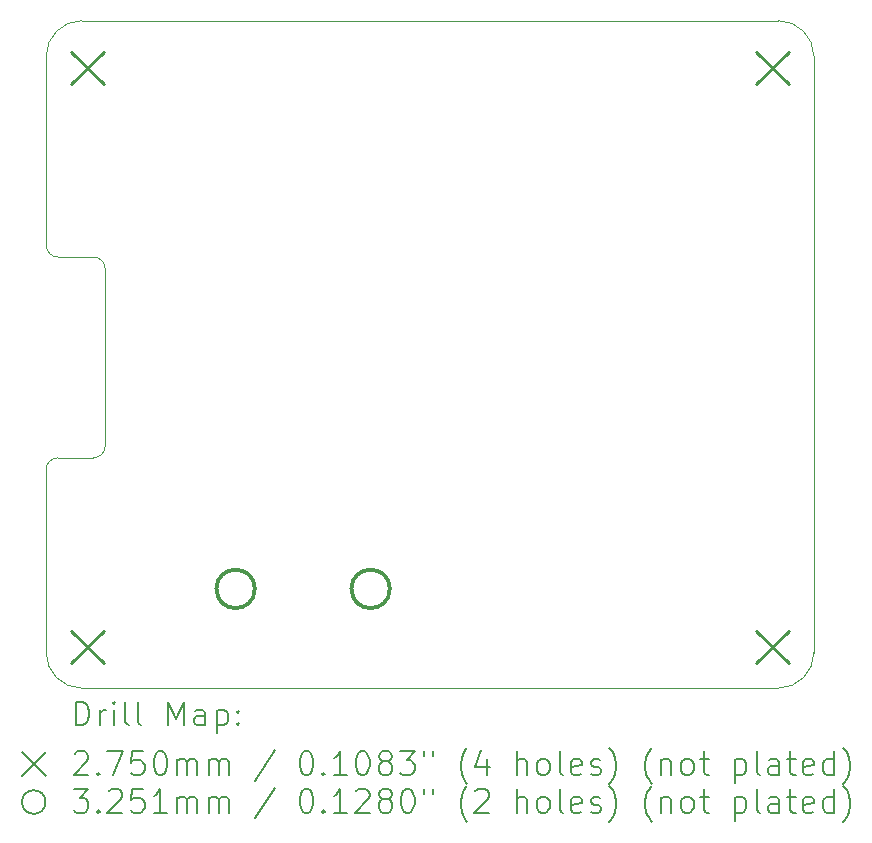
<source format=gbr>
%TF.GenerationSoftware,KiCad,Pcbnew,(6.0.10)*%
%TF.CreationDate,2023-01-13T18:04:44+01:00*%
%TF.ProjectId,InterfaceS88GleisboxRPi,496e7465-7266-4616-9365-533838476c65,rev?*%
%TF.SameCoordinates,Original*%
%TF.FileFunction,Drillmap*%
%TF.FilePolarity,Positive*%
%FSLAX45Y45*%
G04 Gerber Fmt 4.5, Leading zero omitted, Abs format (unit mm)*
G04 Created by KiCad (PCBNEW (6.0.10)) date 2023-01-13 18:04:44*
%MOMM*%
%LPD*%
G01*
G04 APERTURE LIST*
%ADD10C,0.100000*%
%ADD11C,0.200000*%
%ADD12C,0.275000*%
%ADD13C,0.325120*%
G04 APERTURE END LIST*
D10*
X15550000Y-5080000D02*
G75*
G03*
X15250000Y-4780000I-300000J0D01*
G01*
X9350000Y-4780000D02*
G75*
G03*
X9050000Y-5080000I0J-300000D01*
G01*
X9050000Y-10130000D02*
G75*
G03*
X9350000Y-10430000I300000J0D01*
G01*
X15250000Y-10430000D02*
G75*
G03*
X15550000Y-10130000I0J300000D01*
G01*
X9050000Y-6680000D02*
G75*
G03*
X9150000Y-6780000I100000J0D01*
G01*
X9550000Y-6880000D02*
G75*
G03*
X9450000Y-6780000I-100000J0D01*
G01*
X9450000Y-8480000D02*
G75*
G03*
X9550000Y-8380000I0J100000D01*
G01*
X9150000Y-8480000D02*
G75*
G03*
X9050000Y-8580000I0J-100000D01*
G01*
X9550000Y-6880000D02*
X9550000Y-8380000D01*
X9350000Y-4780000D02*
X15250000Y-4780000D01*
X9050000Y-8580000D02*
X9050000Y-10130000D01*
X9150000Y-8480000D02*
X9450000Y-8480000D01*
X9050000Y-5080000D02*
X9050000Y-6680000D01*
X9350000Y-10430000D02*
X15250000Y-10430000D01*
X15550000Y-5080000D02*
X15550000Y-10130000D01*
X9150000Y-6780000D02*
X9450000Y-6780000D01*
D11*
D12*
X9262500Y-5042500D02*
X9537500Y-5317500D01*
X9537500Y-5042500D02*
X9262500Y-5317500D01*
X9262500Y-9942500D02*
X9537500Y-10217500D01*
X9537500Y-9942500D02*
X9262500Y-10217500D01*
X15062500Y-5042500D02*
X15337500Y-5317500D01*
X15337500Y-5042500D02*
X15062500Y-5317500D01*
X15062500Y-9942500D02*
X15337500Y-10217500D01*
X15337500Y-9942500D02*
X15062500Y-10217500D01*
D13*
X10816560Y-9590000D02*
G75*
G03*
X10816560Y-9590000I-162560J0D01*
G01*
X11959560Y-9590000D02*
G75*
G03*
X11959560Y-9590000I-162560J0D01*
G01*
D11*
X9302619Y-10745476D02*
X9302619Y-10545476D01*
X9350238Y-10545476D01*
X9378810Y-10555000D01*
X9397857Y-10574048D01*
X9407381Y-10593095D01*
X9416905Y-10631190D01*
X9416905Y-10659762D01*
X9407381Y-10697857D01*
X9397857Y-10716905D01*
X9378810Y-10735952D01*
X9350238Y-10745476D01*
X9302619Y-10745476D01*
X9502619Y-10745476D02*
X9502619Y-10612143D01*
X9502619Y-10650238D02*
X9512143Y-10631190D01*
X9521667Y-10621667D01*
X9540714Y-10612143D01*
X9559762Y-10612143D01*
X9626429Y-10745476D02*
X9626429Y-10612143D01*
X9626429Y-10545476D02*
X9616905Y-10555000D01*
X9626429Y-10564524D01*
X9635952Y-10555000D01*
X9626429Y-10545476D01*
X9626429Y-10564524D01*
X9750238Y-10745476D02*
X9731190Y-10735952D01*
X9721667Y-10716905D01*
X9721667Y-10545476D01*
X9855000Y-10745476D02*
X9835952Y-10735952D01*
X9826429Y-10716905D01*
X9826429Y-10545476D01*
X10083571Y-10745476D02*
X10083571Y-10545476D01*
X10150238Y-10688333D01*
X10216905Y-10545476D01*
X10216905Y-10745476D01*
X10397857Y-10745476D02*
X10397857Y-10640714D01*
X10388333Y-10621667D01*
X10369286Y-10612143D01*
X10331190Y-10612143D01*
X10312143Y-10621667D01*
X10397857Y-10735952D02*
X10378810Y-10745476D01*
X10331190Y-10745476D01*
X10312143Y-10735952D01*
X10302619Y-10716905D01*
X10302619Y-10697857D01*
X10312143Y-10678810D01*
X10331190Y-10669286D01*
X10378810Y-10669286D01*
X10397857Y-10659762D01*
X10493095Y-10612143D02*
X10493095Y-10812143D01*
X10493095Y-10621667D02*
X10512143Y-10612143D01*
X10550238Y-10612143D01*
X10569286Y-10621667D01*
X10578810Y-10631190D01*
X10588333Y-10650238D01*
X10588333Y-10707381D01*
X10578810Y-10726429D01*
X10569286Y-10735952D01*
X10550238Y-10745476D01*
X10512143Y-10745476D01*
X10493095Y-10735952D01*
X10674048Y-10726429D02*
X10683571Y-10735952D01*
X10674048Y-10745476D01*
X10664524Y-10735952D01*
X10674048Y-10726429D01*
X10674048Y-10745476D01*
X10674048Y-10621667D02*
X10683571Y-10631190D01*
X10674048Y-10640714D01*
X10664524Y-10631190D01*
X10674048Y-10621667D01*
X10674048Y-10640714D01*
X8845000Y-10975000D02*
X9045000Y-11175000D01*
X9045000Y-10975000D02*
X8845000Y-11175000D01*
X9293095Y-10984524D02*
X9302619Y-10975000D01*
X9321667Y-10965476D01*
X9369286Y-10965476D01*
X9388333Y-10975000D01*
X9397857Y-10984524D01*
X9407381Y-11003571D01*
X9407381Y-11022619D01*
X9397857Y-11051190D01*
X9283571Y-11165476D01*
X9407381Y-11165476D01*
X9493095Y-11146429D02*
X9502619Y-11155952D01*
X9493095Y-11165476D01*
X9483571Y-11155952D01*
X9493095Y-11146429D01*
X9493095Y-11165476D01*
X9569286Y-10965476D02*
X9702619Y-10965476D01*
X9616905Y-11165476D01*
X9874048Y-10965476D02*
X9778810Y-10965476D01*
X9769286Y-11060714D01*
X9778810Y-11051190D01*
X9797857Y-11041667D01*
X9845476Y-11041667D01*
X9864524Y-11051190D01*
X9874048Y-11060714D01*
X9883571Y-11079762D01*
X9883571Y-11127381D01*
X9874048Y-11146429D01*
X9864524Y-11155952D01*
X9845476Y-11165476D01*
X9797857Y-11165476D01*
X9778810Y-11155952D01*
X9769286Y-11146429D01*
X10007381Y-10965476D02*
X10026429Y-10965476D01*
X10045476Y-10975000D01*
X10055000Y-10984524D01*
X10064524Y-11003571D01*
X10074048Y-11041667D01*
X10074048Y-11089286D01*
X10064524Y-11127381D01*
X10055000Y-11146429D01*
X10045476Y-11155952D01*
X10026429Y-11165476D01*
X10007381Y-11165476D01*
X9988333Y-11155952D01*
X9978810Y-11146429D01*
X9969286Y-11127381D01*
X9959762Y-11089286D01*
X9959762Y-11041667D01*
X9969286Y-11003571D01*
X9978810Y-10984524D01*
X9988333Y-10975000D01*
X10007381Y-10965476D01*
X10159762Y-11165476D02*
X10159762Y-11032143D01*
X10159762Y-11051190D02*
X10169286Y-11041667D01*
X10188333Y-11032143D01*
X10216905Y-11032143D01*
X10235952Y-11041667D01*
X10245476Y-11060714D01*
X10245476Y-11165476D01*
X10245476Y-11060714D02*
X10255000Y-11041667D01*
X10274048Y-11032143D01*
X10302619Y-11032143D01*
X10321667Y-11041667D01*
X10331190Y-11060714D01*
X10331190Y-11165476D01*
X10426429Y-11165476D02*
X10426429Y-11032143D01*
X10426429Y-11051190D02*
X10435952Y-11041667D01*
X10455000Y-11032143D01*
X10483571Y-11032143D01*
X10502619Y-11041667D01*
X10512143Y-11060714D01*
X10512143Y-11165476D01*
X10512143Y-11060714D02*
X10521667Y-11041667D01*
X10540714Y-11032143D01*
X10569286Y-11032143D01*
X10588333Y-11041667D01*
X10597857Y-11060714D01*
X10597857Y-11165476D01*
X10988333Y-10955952D02*
X10816905Y-11213095D01*
X11245476Y-10965476D02*
X11264524Y-10965476D01*
X11283571Y-10975000D01*
X11293095Y-10984524D01*
X11302619Y-11003571D01*
X11312143Y-11041667D01*
X11312143Y-11089286D01*
X11302619Y-11127381D01*
X11293095Y-11146429D01*
X11283571Y-11155952D01*
X11264524Y-11165476D01*
X11245476Y-11165476D01*
X11226428Y-11155952D01*
X11216905Y-11146429D01*
X11207381Y-11127381D01*
X11197857Y-11089286D01*
X11197857Y-11041667D01*
X11207381Y-11003571D01*
X11216905Y-10984524D01*
X11226428Y-10975000D01*
X11245476Y-10965476D01*
X11397857Y-11146429D02*
X11407381Y-11155952D01*
X11397857Y-11165476D01*
X11388333Y-11155952D01*
X11397857Y-11146429D01*
X11397857Y-11165476D01*
X11597857Y-11165476D02*
X11483571Y-11165476D01*
X11540714Y-11165476D02*
X11540714Y-10965476D01*
X11521667Y-10994048D01*
X11502619Y-11013095D01*
X11483571Y-11022619D01*
X11721667Y-10965476D02*
X11740714Y-10965476D01*
X11759762Y-10975000D01*
X11769286Y-10984524D01*
X11778809Y-11003571D01*
X11788333Y-11041667D01*
X11788333Y-11089286D01*
X11778809Y-11127381D01*
X11769286Y-11146429D01*
X11759762Y-11155952D01*
X11740714Y-11165476D01*
X11721667Y-11165476D01*
X11702619Y-11155952D01*
X11693095Y-11146429D01*
X11683571Y-11127381D01*
X11674048Y-11089286D01*
X11674048Y-11041667D01*
X11683571Y-11003571D01*
X11693095Y-10984524D01*
X11702619Y-10975000D01*
X11721667Y-10965476D01*
X11902619Y-11051190D02*
X11883571Y-11041667D01*
X11874048Y-11032143D01*
X11864524Y-11013095D01*
X11864524Y-11003571D01*
X11874048Y-10984524D01*
X11883571Y-10975000D01*
X11902619Y-10965476D01*
X11940714Y-10965476D01*
X11959762Y-10975000D01*
X11969286Y-10984524D01*
X11978809Y-11003571D01*
X11978809Y-11013095D01*
X11969286Y-11032143D01*
X11959762Y-11041667D01*
X11940714Y-11051190D01*
X11902619Y-11051190D01*
X11883571Y-11060714D01*
X11874048Y-11070238D01*
X11864524Y-11089286D01*
X11864524Y-11127381D01*
X11874048Y-11146429D01*
X11883571Y-11155952D01*
X11902619Y-11165476D01*
X11940714Y-11165476D01*
X11959762Y-11155952D01*
X11969286Y-11146429D01*
X11978809Y-11127381D01*
X11978809Y-11089286D01*
X11969286Y-11070238D01*
X11959762Y-11060714D01*
X11940714Y-11051190D01*
X12045476Y-10965476D02*
X12169286Y-10965476D01*
X12102619Y-11041667D01*
X12131190Y-11041667D01*
X12150238Y-11051190D01*
X12159762Y-11060714D01*
X12169286Y-11079762D01*
X12169286Y-11127381D01*
X12159762Y-11146429D01*
X12150238Y-11155952D01*
X12131190Y-11165476D01*
X12074048Y-11165476D01*
X12055000Y-11155952D01*
X12045476Y-11146429D01*
X12245476Y-10965476D02*
X12245476Y-11003571D01*
X12321667Y-10965476D02*
X12321667Y-11003571D01*
X12616905Y-11241667D02*
X12607381Y-11232143D01*
X12588333Y-11203571D01*
X12578809Y-11184524D01*
X12569286Y-11155952D01*
X12559762Y-11108333D01*
X12559762Y-11070238D01*
X12569286Y-11022619D01*
X12578809Y-10994048D01*
X12588333Y-10975000D01*
X12607381Y-10946429D01*
X12616905Y-10936905D01*
X12778809Y-11032143D02*
X12778809Y-11165476D01*
X12731190Y-10955952D02*
X12683571Y-11098810D01*
X12807381Y-11098810D01*
X13035952Y-11165476D02*
X13035952Y-10965476D01*
X13121667Y-11165476D02*
X13121667Y-11060714D01*
X13112143Y-11041667D01*
X13093095Y-11032143D01*
X13064524Y-11032143D01*
X13045476Y-11041667D01*
X13035952Y-11051190D01*
X13245476Y-11165476D02*
X13226428Y-11155952D01*
X13216905Y-11146429D01*
X13207381Y-11127381D01*
X13207381Y-11070238D01*
X13216905Y-11051190D01*
X13226428Y-11041667D01*
X13245476Y-11032143D01*
X13274048Y-11032143D01*
X13293095Y-11041667D01*
X13302619Y-11051190D01*
X13312143Y-11070238D01*
X13312143Y-11127381D01*
X13302619Y-11146429D01*
X13293095Y-11155952D01*
X13274048Y-11165476D01*
X13245476Y-11165476D01*
X13426428Y-11165476D02*
X13407381Y-11155952D01*
X13397857Y-11136905D01*
X13397857Y-10965476D01*
X13578809Y-11155952D02*
X13559762Y-11165476D01*
X13521667Y-11165476D01*
X13502619Y-11155952D01*
X13493095Y-11136905D01*
X13493095Y-11060714D01*
X13502619Y-11041667D01*
X13521667Y-11032143D01*
X13559762Y-11032143D01*
X13578809Y-11041667D01*
X13588333Y-11060714D01*
X13588333Y-11079762D01*
X13493095Y-11098810D01*
X13664524Y-11155952D02*
X13683571Y-11165476D01*
X13721667Y-11165476D01*
X13740714Y-11155952D01*
X13750238Y-11136905D01*
X13750238Y-11127381D01*
X13740714Y-11108333D01*
X13721667Y-11098810D01*
X13693095Y-11098810D01*
X13674048Y-11089286D01*
X13664524Y-11070238D01*
X13664524Y-11060714D01*
X13674048Y-11041667D01*
X13693095Y-11032143D01*
X13721667Y-11032143D01*
X13740714Y-11041667D01*
X13816905Y-11241667D02*
X13826428Y-11232143D01*
X13845476Y-11203571D01*
X13855000Y-11184524D01*
X13864524Y-11155952D01*
X13874048Y-11108333D01*
X13874048Y-11070238D01*
X13864524Y-11022619D01*
X13855000Y-10994048D01*
X13845476Y-10975000D01*
X13826428Y-10946429D01*
X13816905Y-10936905D01*
X14178809Y-11241667D02*
X14169286Y-11232143D01*
X14150238Y-11203571D01*
X14140714Y-11184524D01*
X14131190Y-11155952D01*
X14121667Y-11108333D01*
X14121667Y-11070238D01*
X14131190Y-11022619D01*
X14140714Y-10994048D01*
X14150238Y-10975000D01*
X14169286Y-10946429D01*
X14178809Y-10936905D01*
X14255000Y-11032143D02*
X14255000Y-11165476D01*
X14255000Y-11051190D02*
X14264524Y-11041667D01*
X14283571Y-11032143D01*
X14312143Y-11032143D01*
X14331190Y-11041667D01*
X14340714Y-11060714D01*
X14340714Y-11165476D01*
X14464524Y-11165476D02*
X14445476Y-11155952D01*
X14435952Y-11146429D01*
X14426428Y-11127381D01*
X14426428Y-11070238D01*
X14435952Y-11051190D01*
X14445476Y-11041667D01*
X14464524Y-11032143D01*
X14493095Y-11032143D01*
X14512143Y-11041667D01*
X14521667Y-11051190D01*
X14531190Y-11070238D01*
X14531190Y-11127381D01*
X14521667Y-11146429D01*
X14512143Y-11155952D01*
X14493095Y-11165476D01*
X14464524Y-11165476D01*
X14588333Y-11032143D02*
X14664524Y-11032143D01*
X14616905Y-10965476D02*
X14616905Y-11136905D01*
X14626428Y-11155952D01*
X14645476Y-11165476D01*
X14664524Y-11165476D01*
X14883571Y-11032143D02*
X14883571Y-11232143D01*
X14883571Y-11041667D02*
X14902619Y-11032143D01*
X14940714Y-11032143D01*
X14959762Y-11041667D01*
X14969286Y-11051190D01*
X14978809Y-11070238D01*
X14978809Y-11127381D01*
X14969286Y-11146429D01*
X14959762Y-11155952D01*
X14940714Y-11165476D01*
X14902619Y-11165476D01*
X14883571Y-11155952D01*
X15093095Y-11165476D02*
X15074048Y-11155952D01*
X15064524Y-11136905D01*
X15064524Y-10965476D01*
X15255000Y-11165476D02*
X15255000Y-11060714D01*
X15245476Y-11041667D01*
X15226428Y-11032143D01*
X15188333Y-11032143D01*
X15169286Y-11041667D01*
X15255000Y-11155952D02*
X15235952Y-11165476D01*
X15188333Y-11165476D01*
X15169286Y-11155952D01*
X15159762Y-11136905D01*
X15159762Y-11117857D01*
X15169286Y-11098810D01*
X15188333Y-11089286D01*
X15235952Y-11089286D01*
X15255000Y-11079762D01*
X15321667Y-11032143D02*
X15397857Y-11032143D01*
X15350238Y-10965476D02*
X15350238Y-11136905D01*
X15359762Y-11155952D01*
X15378809Y-11165476D01*
X15397857Y-11165476D01*
X15540714Y-11155952D02*
X15521667Y-11165476D01*
X15483571Y-11165476D01*
X15464524Y-11155952D01*
X15455000Y-11136905D01*
X15455000Y-11060714D01*
X15464524Y-11041667D01*
X15483571Y-11032143D01*
X15521667Y-11032143D01*
X15540714Y-11041667D01*
X15550238Y-11060714D01*
X15550238Y-11079762D01*
X15455000Y-11098810D01*
X15721667Y-11165476D02*
X15721667Y-10965476D01*
X15721667Y-11155952D02*
X15702619Y-11165476D01*
X15664524Y-11165476D01*
X15645476Y-11155952D01*
X15635952Y-11146429D01*
X15626428Y-11127381D01*
X15626428Y-11070238D01*
X15635952Y-11051190D01*
X15645476Y-11041667D01*
X15664524Y-11032143D01*
X15702619Y-11032143D01*
X15721667Y-11041667D01*
X15797857Y-11241667D02*
X15807381Y-11232143D01*
X15826428Y-11203571D01*
X15835952Y-11184524D01*
X15845476Y-11155952D01*
X15855000Y-11108333D01*
X15855000Y-11070238D01*
X15845476Y-11022619D01*
X15835952Y-10994048D01*
X15826428Y-10975000D01*
X15807381Y-10946429D01*
X15797857Y-10936905D01*
X9045000Y-11395000D02*
G75*
G03*
X9045000Y-11395000I-100000J0D01*
G01*
X9283571Y-11285476D02*
X9407381Y-11285476D01*
X9340714Y-11361667D01*
X9369286Y-11361667D01*
X9388333Y-11371190D01*
X9397857Y-11380714D01*
X9407381Y-11399762D01*
X9407381Y-11447381D01*
X9397857Y-11466428D01*
X9388333Y-11475952D01*
X9369286Y-11485476D01*
X9312143Y-11485476D01*
X9293095Y-11475952D01*
X9283571Y-11466428D01*
X9493095Y-11466428D02*
X9502619Y-11475952D01*
X9493095Y-11485476D01*
X9483571Y-11475952D01*
X9493095Y-11466428D01*
X9493095Y-11485476D01*
X9578810Y-11304524D02*
X9588333Y-11295000D01*
X9607381Y-11285476D01*
X9655000Y-11285476D01*
X9674048Y-11295000D01*
X9683571Y-11304524D01*
X9693095Y-11323571D01*
X9693095Y-11342619D01*
X9683571Y-11371190D01*
X9569286Y-11485476D01*
X9693095Y-11485476D01*
X9874048Y-11285476D02*
X9778810Y-11285476D01*
X9769286Y-11380714D01*
X9778810Y-11371190D01*
X9797857Y-11361667D01*
X9845476Y-11361667D01*
X9864524Y-11371190D01*
X9874048Y-11380714D01*
X9883571Y-11399762D01*
X9883571Y-11447381D01*
X9874048Y-11466428D01*
X9864524Y-11475952D01*
X9845476Y-11485476D01*
X9797857Y-11485476D01*
X9778810Y-11475952D01*
X9769286Y-11466428D01*
X10074048Y-11485476D02*
X9959762Y-11485476D01*
X10016905Y-11485476D02*
X10016905Y-11285476D01*
X9997857Y-11314048D01*
X9978810Y-11333095D01*
X9959762Y-11342619D01*
X10159762Y-11485476D02*
X10159762Y-11352143D01*
X10159762Y-11371190D02*
X10169286Y-11361667D01*
X10188333Y-11352143D01*
X10216905Y-11352143D01*
X10235952Y-11361667D01*
X10245476Y-11380714D01*
X10245476Y-11485476D01*
X10245476Y-11380714D02*
X10255000Y-11361667D01*
X10274048Y-11352143D01*
X10302619Y-11352143D01*
X10321667Y-11361667D01*
X10331190Y-11380714D01*
X10331190Y-11485476D01*
X10426429Y-11485476D02*
X10426429Y-11352143D01*
X10426429Y-11371190D02*
X10435952Y-11361667D01*
X10455000Y-11352143D01*
X10483571Y-11352143D01*
X10502619Y-11361667D01*
X10512143Y-11380714D01*
X10512143Y-11485476D01*
X10512143Y-11380714D02*
X10521667Y-11361667D01*
X10540714Y-11352143D01*
X10569286Y-11352143D01*
X10588333Y-11361667D01*
X10597857Y-11380714D01*
X10597857Y-11485476D01*
X10988333Y-11275952D02*
X10816905Y-11533095D01*
X11245476Y-11285476D02*
X11264524Y-11285476D01*
X11283571Y-11295000D01*
X11293095Y-11304524D01*
X11302619Y-11323571D01*
X11312143Y-11361667D01*
X11312143Y-11409286D01*
X11302619Y-11447381D01*
X11293095Y-11466428D01*
X11283571Y-11475952D01*
X11264524Y-11485476D01*
X11245476Y-11485476D01*
X11226428Y-11475952D01*
X11216905Y-11466428D01*
X11207381Y-11447381D01*
X11197857Y-11409286D01*
X11197857Y-11361667D01*
X11207381Y-11323571D01*
X11216905Y-11304524D01*
X11226428Y-11295000D01*
X11245476Y-11285476D01*
X11397857Y-11466428D02*
X11407381Y-11475952D01*
X11397857Y-11485476D01*
X11388333Y-11475952D01*
X11397857Y-11466428D01*
X11397857Y-11485476D01*
X11597857Y-11485476D02*
X11483571Y-11485476D01*
X11540714Y-11485476D02*
X11540714Y-11285476D01*
X11521667Y-11314048D01*
X11502619Y-11333095D01*
X11483571Y-11342619D01*
X11674048Y-11304524D02*
X11683571Y-11295000D01*
X11702619Y-11285476D01*
X11750238Y-11285476D01*
X11769286Y-11295000D01*
X11778809Y-11304524D01*
X11788333Y-11323571D01*
X11788333Y-11342619D01*
X11778809Y-11371190D01*
X11664524Y-11485476D01*
X11788333Y-11485476D01*
X11902619Y-11371190D02*
X11883571Y-11361667D01*
X11874048Y-11352143D01*
X11864524Y-11333095D01*
X11864524Y-11323571D01*
X11874048Y-11304524D01*
X11883571Y-11295000D01*
X11902619Y-11285476D01*
X11940714Y-11285476D01*
X11959762Y-11295000D01*
X11969286Y-11304524D01*
X11978809Y-11323571D01*
X11978809Y-11333095D01*
X11969286Y-11352143D01*
X11959762Y-11361667D01*
X11940714Y-11371190D01*
X11902619Y-11371190D01*
X11883571Y-11380714D01*
X11874048Y-11390238D01*
X11864524Y-11409286D01*
X11864524Y-11447381D01*
X11874048Y-11466428D01*
X11883571Y-11475952D01*
X11902619Y-11485476D01*
X11940714Y-11485476D01*
X11959762Y-11475952D01*
X11969286Y-11466428D01*
X11978809Y-11447381D01*
X11978809Y-11409286D01*
X11969286Y-11390238D01*
X11959762Y-11380714D01*
X11940714Y-11371190D01*
X12102619Y-11285476D02*
X12121667Y-11285476D01*
X12140714Y-11295000D01*
X12150238Y-11304524D01*
X12159762Y-11323571D01*
X12169286Y-11361667D01*
X12169286Y-11409286D01*
X12159762Y-11447381D01*
X12150238Y-11466428D01*
X12140714Y-11475952D01*
X12121667Y-11485476D01*
X12102619Y-11485476D01*
X12083571Y-11475952D01*
X12074048Y-11466428D01*
X12064524Y-11447381D01*
X12055000Y-11409286D01*
X12055000Y-11361667D01*
X12064524Y-11323571D01*
X12074048Y-11304524D01*
X12083571Y-11295000D01*
X12102619Y-11285476D01*
X12245476Y-11285476D02*
X12245476Y-11323571D01*
X12321667Y-11285476D02*
X12321667Y-11323571D01*
X12616905Y-11561667D02*
X12607381Y-11552143D01*
X12588333Y-11523571D01*
X12578809Y-11504524D01*
X12569286Y-11475952D01*
X12559762Y-11428333D01*
X12559762Y-11390238D01*
X12569286Y-11342619D01*
X12578809Y-11314048D01*
X12588333Y-11295000D01*
X12607381Y-11266428D01*
X12616905Y-11256905D01*
X12683571Y-11304524D02*
X12693095Y-11295000D01*
X12712143Y-11285476D01*
X12759762Y-11285476D01*
X12778809Y-11295000D01*
X12788333Y-11304524D01*
X12797857Y-11323571D01*
X12797857Y-11342619D01*
X12788333Y-11371190D01*
X12674048Y-11485476D01*
X12797857Y-11485476D01*
X13035952Y-11485476D02*
X13035952Y-11285476D01*
X13121667Y-11485476D02*
X13121667Y-11380714D01*
X13112143Y-11361667D01*
X13093095Y-11352143D01*
X13064524Y-11352143D01*
X13045476Y-11361667D01*
X13035952Y-11371190D01*
X13245476Y-11485476D02*
X13226428Y-11475952D01*
X13216905Y-11466428D01*
X13207381Y-11447381D01*
X13207381Y-11390238D01*
X13216905Y-11371190D01*
X13226428Y-11361667D01*
X13245476Y-11352143D01*
X13274048Y-11352143D01*
X13293095Y-11361667D01*
X13302619Y-11371190D01*
X13312143Y-11390238D01*
X13312143Y-11447381D01*
X13302619Y-11466428D01*
X13293095Y-11475952D01*
X13274048Y-11485476D01*
X13245476Y-11485476D01*
X13426428Y-11485476D02*
X13407381Y-11475952D01*
X13397857Y-11456905D01*
X13397857Y-11285476D01*
X13578809Y-11475952D02*
X13559762Y-11485476D01*
X13521667Y-11485476D01*
X13502619Y-11475952D01*
X13493095Y-11456905D01*
X13493095Y-11380714D01*
X13502619Y-11361667D01*
X13521667Y-11352143D01*
X13559762Y-11352143D01*
X13578809Y-11361667D01*
X13588333Y-11380714D01*
X13588333Y-11399762D01*
X13493095Y-11418809D01*
X13664524Y-11475952D02*
X13683571Y-11485476D01*
X13721667Y-11485476D01*
X13740714Y-11475952D01*
X13750238Y-11456905D01*
X13750238Y-11447381D01*
X13740714Y-11428333D01*
X13721667Y-11418809D01*
X13693095Y-11418809D01*
X13674048Y-11409286D01*
X13664524Y-11390238D01*
X13664524Y-11380714D01*
X13674048Y-11361667D01*
X13693095Y-11352143D01*
X13721667Y-11352143D01*
X13740714Y-11361667D01*
X13816905Y-11561667D02*
X13826428Y-11552143D01*
X13845476Y-11523571D01*
X13855000Y-11504524D01*
X13864524Y-11475952D01*
X13874048Y-11428333D01*
X13874048Y-11390238D01*
X13864524Y-11342619D01*
X13855000Y-11314048D01*
X13845476Y-11295000D01*
X13826428Y-11266428D01*
X13816905Y-11256905D01*
X14178809Y-11561667D02*
X14169286Y-11552143D01*
X14150238Y-11523571D01*
X14140714Y-11504524D01*
X14131190Y-11475952D01*
X14121667Y-11428333D01*
X14121667Y-11390238D01*
X14131190Y-11342619D01*
X14140714Y-11314048D01*
X14150238Y-11295000D01*
X14169286Y-11266428D01*
X14178809Y-11256905D01*
X14255000Y-11352143D02*
X14255000Y-11485476D01*
X14255000Y-11371190D02*
X14264524Y-11361667D01*
X14283571Y-11352143D01*
X14312143Y-11352143D01*
X14331190Y-11361667D01*
X14340714Y-11380714D01*
X14340714Y-11485476D01*
X14464524Y-11485476D02*
X14445476Y-11475952D01*
X14435952Y-11466428D01*
X14426428Y-11447381D01*
X14426428Y-11390238D01*
X14435952Y-11371190D01*
X14445476Y-11361667D01*
X14464524Y-11352143D01*
X14493095Y-11352143D01*
X14512143Y-11361667D01*
X14521667Y-11371190D01*
X14531190Y-11390238D01*
X14531190Y-11447381D01*
X14521667Y-11466428D01*
X14512143Y-11475952D01*
X14493095Y-11485476D01*
X14464524Y-11485476D01*
X14588333Y-11352143D02*
X14664524Y-11352143D01*
X14616905Y-11285476D02*
X14616905Y-11456905D01*
X14626428Y-11475952D01*
X14645476Y-11485476D01*
X14664524Y-11485476D01*
X14883571Y-11352143D02*
X14883571Y-11552143D01*
X14883571Y-11361667D02*
X14902619Y-11352143D01*
X14940714Y-11352143D01*
X14959762Y-11361667D01*
X14969286Y-11371190D01*
X14978809Y-11390238D01*
X14978809Y-11447381D01*
X14969286Y-11466428D01*
X14959762Y-11475952D01*
X14940714Y-11485476D01*
X14902619Y-11485476D01*
X14883571Y-11475952D01*
X15093095Y-11485476D02*
X15074048Y-11475952D01*
X15064524Y-11456905D01*
X15064524Y-11285476D01*
X15255000Y-11485476D02*
X15255000Y-11380714D01*
X15245476Y-11361667D01*
X15226428Y-11352143D01*
X15188333Y-11352143D01*
X15169286Y-11361667D01*
X15255000Y-11475952D02*
X15235952Y-11485476D01*
X15188333Y-11485476D01*
X15169286Y-11475952D01*
X15159762Y-11456905D01*
X15159762Y-11437857D01*
X15169286Y-11418809D01*
X15188333Y-11409286D01*
X15235952Y-11409286D01*
X15255000Y-11399762D01*
X15321667Y-11352143D02*
X15397857Y-11352143D01*
X15350238Y-11285476D02*
X15350238Y-11456905D01*
X15359762Y-11475952D01*
X15378809Y-11485476D01*
X15397857Y-11485476D01*
X15540714Y-11475952D02*
X15521667Y-11485476D01*
X15483571Y-11485476D01*
X15464524Y-11475952D01*
X15455000Y-11456905D01*
X15455000Y-11380714D01*
X15464524Y-11361667D01*
X15483571Y-11352143D01*
X15521667Y-11352143D01*
X15540714Y-11361667D01*
X15550238Y-11380714D01*
X15550238Y-11399762D01*
X15455000Y-11418809D01*
X15721667Y-11485476D02*
X15721667Y-11285476D01*
X15721667Y-11475952D02*
X15702619Y-11485476D01*
X15664524Y-11485476D01*
X15645476Y-11475952D01*
X15635952Y-11466428D01*
X15626428Y-11447381D01*
X15626428Y-11390238D01*
X15635952Y-11371190D01*
X15645476Y-11361667D01*
X15664524Y-11352143D01*
X15702619Y-11352143D01*
X15721667Y-11361667D01*
X15797857Y-11561667D02*
X15807381Y-11552143D01*
X15826428Y-11523571D01*
X15835952Y-11504524D01*
X15845476Y-11475952D01*
X15855000Y-11428333D01*
X15855000Y-11390238D01*
X15845476Y-11342619D01*
X15835952Y-11314048D01*
X15826428Y-11295000D01*
X15807381Y-11266428D01*
X15797857Y-11256905D01*
M02*

</source>
